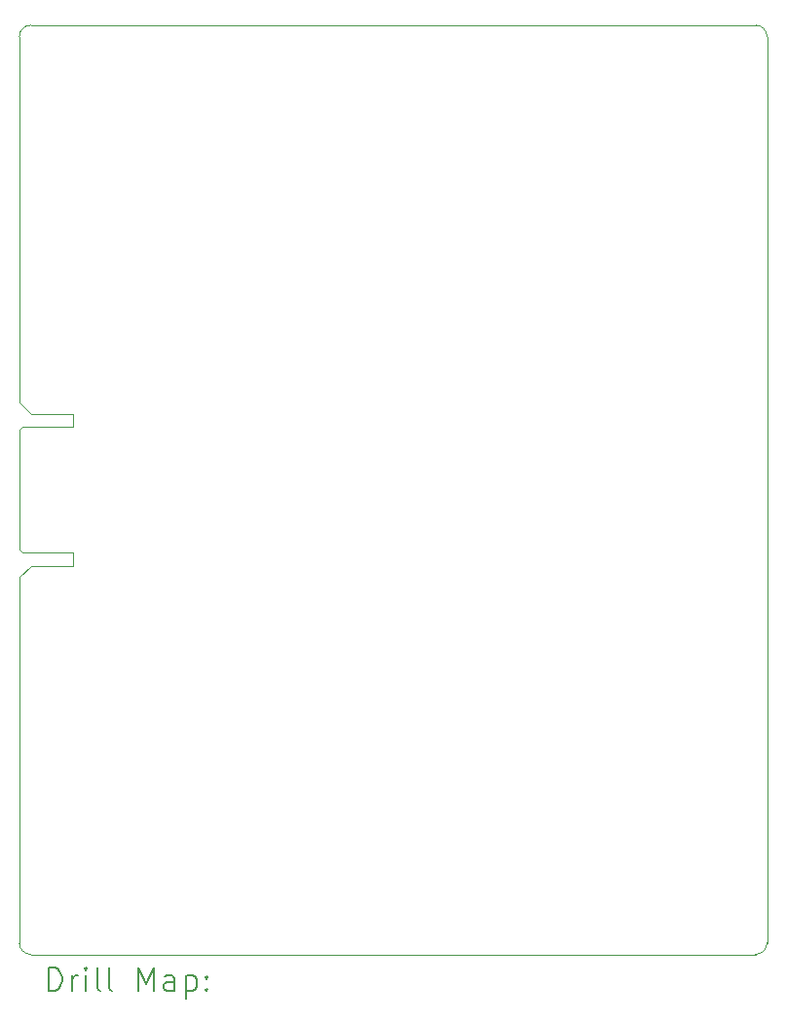
<source format=gbr>
%TF.GenerationSoftware,KiCad,Pcbnew,7.0.10*%
%TF.CreationDate,2024-12-20T15:16:24-05:00*%
%TF.ProjectId,accessory_v2,61636365-7373-46f7-9279-5f76322e6b69,rev?*%
%TF.SameCoordinates,Original*%
%TF.FileFunction,Drillmap*%
%TF.FilePolarity,Positive*%
%FSLAX45Y45*%
G04 Gerber Fmt 4.5, Leading zero omitted, Abs format (unit mm)*
G04 Created by KiCad (PCBNEW 7.0.10) date 2024-12-20 15:16:24*
%MOMM*%
%LPD*%
G01*
G04 APERTURE LIST*
%ADD10C,0.100000*%
%ADD11C,0.010000*%
%ADD12C,0.200000*%
G04 APERTURE END LIST*
D10*
X100000Y0D02*
G75*
G03*
X0Y-100000I0J-100000D01*
G01*
X0Y-7975000D02*
G75*
G03*
X100000Y-8075000I100000J0D01*
G01*
X6400000Y-8075000D02*
G75*
G03*
X6500000Y-7975000I0J100000D01*
G01*
X6400000Y-8075000D02*
X100000Y-8075000D01*
X6500000Y-100000D02*
G75*
G03*
X6400000Y0I-100000J0D01*
G01*
X100000Y0D02*
X6400000Y0D01*
X6500000Y-100000D02*
X6500000Y-7975000D01*
X0Y-100000D02*
X0Y-3277500D01*
X0Y-4797500D02*
X0Y-7975000D01*
D11*
X470000Y-4697500D02*
X100000Y-4697500D01*
X470000Y-4582500D02*
X470000Y-4697500D01*
X470000Y-4582500D02*
X25000Y-4582500D01*
X470000Y-3492500D02*
X470000Y-3377500D01*
X470000Y-3377500D02*
X100000Y-3377500D01*
X100000Y-4697500D02*
X0Y-4797500D01*
X100000Y-3377500D02*
X0Y-3277500D01*
X25000Y-3492500D02*
X470000Y-3492500D01*
X0Y-4557500D02*
X25000Y-4582500D01*
X0Y-4557500D02*
X0Y-3517500D01*
X0Y-3517500D02*
X25000Y-3492500D01*
D12*
X255777Y-8391484D02*
X255777Y-8191484D01*
X255777Y-8191484D02*
X303396Y-8191484D01*
X303396Y-8191484D02*
X331967Y-8201008D01*
X331967Y-8201008D02*
X351015Y-8220055D01*
X351015Y-8220055D02*
X360539Y-8239103D01*
X360539Y-8239103D02*
X370062Y-8277198D01*
X370062Y-8277198D02*
X370062Y-8305769D01*
X370062Y-8305769D02*
X360539Y-8343865D01*
X360539Y-8343865D02*
X351015Y-8362912D01*
X351015Y-8362912D02*
X331967Y-8381960D01*
X331967Y-8381960D02*
X303396Y-8391484D01*
X303396Y-8391484D02*
X255777Y-8391484D01*
X455777Y-8391484D02*
X455777Y-8258150D01*
X455777Y-8296246D02*
X465301Y-8277198D01*
X465301Y-8277198D02*
X474824Y-8267674D01*
X474824Y-8267674D02*
X493872Y-8258150D01*
X493872Y-8258150D02*
X512920Y-8258150D01*
X579586Y-8391484D02*
X579586Y-8258150D01*
X579586Y-8191484D02*
X570063Y-8201008D01*
X570063Y-8201008D02*
X579586Y-8210531D01*
X579586Y-8210531D02*
X589110Y-8201008D01*
X589110Y-8201008D02*
X579586Y-8191484D01*
X579586Y-8191484D02*
X579586Y-8210531D01*
X703396Y-8391484D02*
X684348Y-8381960D01*
X684348Y-8381960D02*
X674824Y-8362912D01*
X674824Y-8362912D02*
X674824Y-8191484D01*
X808158Y-8391484D02*
X789110Y-8381960D01*
X789110Y-8381960D02*
X779586Y-8362912D01*
X779586Y-8362912D02*
X779586Y-8191484D01*
X1036729Y-8391484D02*
X1036729Y-8191484D01*
X1036729Y-8191484D02*
X1103396Y-8334341D01*
X1103396Y-8334341D02*
X1170063Y-8191484D01*
X1170063Y-8191484D02*
X1170063Y-8391484D01*
X1351015Y-8391484D02*
X1351015Y-8286722D01*
X1351015Y-8286722D02*
X1341491Y-8267674D01*
X1341491Y-8267674D02*
X1322444Y-8258150D01*
X1322444Y-8258150D02*
X1284348Y-8258150D01*
X1284348Y-8258150D02*
X1265301Y-8267674D01*
X1351015Y-8381960D02*
X1331967Y-8391484D01*
X1331967Y-8391484D02*
X1284348Y-8391484D01*
X1284348Y-8391484D02*
X1265301Y-8381960D01*
X1265301Y-8381960D02*
X1255777Y-8362912D01*
X1255777Y-8362912D02*
X1255777Y-8343865D01*
X1255777Y-8343865D02*
X1265301Y-8324817D01*
X1265301Y-8324817D02*
X1284348Y-8315293D01*
X1284348Y-8315293D02*
X1331967Y-8315293D01*
X1331967Y-8315293D02*
X1351015Y-8305769D01*
X1446253Y-8258150D02*
X1446253Y-8458150D01*
X1446253Y-8267674D02*
X1465301Y-8258150D01*
X1465301Y-8258150D02*
X1503396Y-8258150D01*
X1503396Y-8258150D02*
X1522443Y-8267674D01*
X1522443Y-8267674D02*
X1531967Y-8277198D01*
X1531967Y-8277198D02*
X1541491Y-8296246D01*
X1541491Y-8296246D02*
X1541491Y-8353388D01*
X1541491Y-8353388D02*
X1531967Y-8372436D01*
X1531967Y-8372436D02*
X1522443Y-8381960D01*
X1522443Y-8381960D02*
X1503396Y-8391484D01*
X1503396Y-8391484D02*
X1465301Y-8391484D01*
X1465301Y-8391484D02*
X1446253Y-8381960D01*
X1627205Y-8372436D02*
X1636729Y-8381960D01*
X1636729Y-8381960D02*
X1627205Y-8391484D01*
X1627205Y-8391484D02*
X1617682Y-8381960D01*
X1617682Y-8381960D02*
X1627205Y-8372436D01*
X1627205Y-8372436D02*
X1627205Y-8391484D01*
X1627205Y-8267674D02*
X1636729Y-8277198D01*
X1636729Y-8277198D02*
X1627205Y-8286722D01*
X1627205Y-8286722D02*
X1617682Y-8277198D01*
X1617682Y-8277198D02*
X1627205Y-8267674D01*
X1627205Y-8267674D02*
X1627205Y-8286722D01*
M02*

</source>
